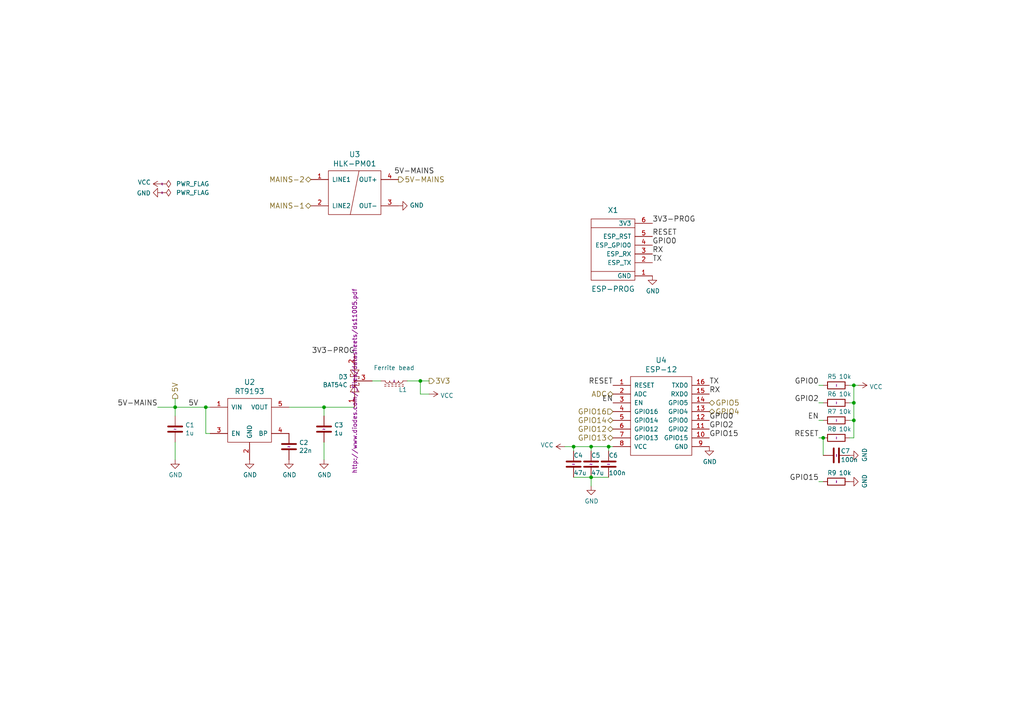
<source format=kicad_sch>
(kicad_sch (version 20210621) (generator eeschema)
  (paper "A4")
  (lib_symbols
    (symbol "Device:C" (pin_numbers hide) (pin_names (offset 0.254))
      (property "Reference" "C" (at 0.635 2.54 0))
      (property "Value" "C" (at 0.635 -2.54 0))
      (symbol "C_0_1"
        (polyline (pts (xy -2.032 -0.762) (xy 2.032 -0.762)) (stroke (width 0.508)))
        (polyline (pts (xy -2.032 0.762) (xy 2.032 0.762)) (stroke (width 0.508)))
      )
      (symbol "C_1_1"
        (pin passive line (at 0 3.81 270) (length 2.794) (name "~") (number "1"))
        (pin passive line (at 0 -3.81 90) (length 2.794) (name "~") (number "2"))
      )
    )
    (symbol "Device:L_Ferrite" (pin_numbers hide) (pin_names (offset 1.016) hide)
      (property "Reference" "L" (at -1.27 0 90))
      (property "Value" "L_Ferrite" (at 2.794 0 90))
      (symbol "L_Ferrite_0_1"
        (arc (start 0 -2.54) (mid 0.635 -1.905) (end 0 -1.27))
        (arc (start 0 -1.27) (mid 0.635 -0.635) (end 0 0))
        (polyline (pts (xy 1.016 -2.794) (xy 1.016 -2.286)))
        (polyline (pts (xy 1.016 -1.778) (xy 1.016 -1.27)))
        (polyline (pts (xy 1.016 -0.762) (xy 1.016 -0.254)))
        (polyline (pts (xy 1.016 0.254) (xy 1.016 0.762)))
        (polyline (pts (xy 1.016 1.27) (xy 1.016 1.778)))
        (polyline (pts (xy 1.016 2.286) (xy 1.016 2.794)))
        (polyline (pts (xy 1.524 -2.286) (xy 1.524 -2.794)))
        (polyline (pts (xy 1.524 -1.27) (xy 1.524 -1.778)))
        (polyline (pts (xy 1.524 -0.254) (xy 1.524 -0.762)))
        (polyline (pts (xy 1.524 0.762) (xy 1.524 0.254)))
        (polyline (pts (xy 1.524 1.778) (xy 1.524 1.27)))
        (polyline (pts (xy 1.524 2.794) (xy 1.524 2.286)))
        (arc (start 0 0) (mid 0.635 0.635) (end 0 1.27))
        (arc (start 0 1.27) (mid 0.635 1.905) (end 0 2.54))
      )
      (symbol "L_Ferrite_1_1"
        (pin passive line (at 0 3.81 270) (length 1.27) (name "1") (number "1"))
        (pin passive line (at 0 -3.81 90) (length 1.27) (name "2") (number "2"))
      )
    )
    (symbol "Device:R" (pin_numbers hide) (pin_names (offset 0))
      (property "Reference" "R" (at 2.032 0 90))
      (property "Value" "R" (at 0 0 90))
      (symbol "R_0_1"
        (rectangle (start -1.016 -2.54) (end 1.016 2.54) (stroke (width 0.254)))
      )
      (symbol "R_1_1"
        (pin passive line (at 0 3.81 270) (length 1.27) (name "~") (number "1"))
        (pin passive line (at 0 -3.81 90) (length 1.27) (name "~") (number "2"))
      )
    )
    (symbol "Diode:BAT54C" (pin_names (offset 1.016))
      (property "Reference" "D" (at 0.635 -3.81 0))
      (property "Value" "BAT54C" (at -6.35 3.175 0))
      (symbol "BAT54C_0_1"
        (polyline (pts (xy -1.905 0) (xy 1.905 0)))
        (polyline (pts (xy -1.905 1.27) (xy -1.905 1.016)))
        (polyline (pts (xy -1.27 -1.27) (xy -0.635 -1.27)))
        (polyline (pts (xy -1.27 0) (xy -3.81 0)))
        (polyline (pts (xy -1.27 1.27) (xy -1.905 1.27)))
        (polyline (pts (xy -1.27 1.27) (xy -1.27 -1.27)))
        (polyline (pts (xy -0.635 -1.27) (xy -0.635 -1.016)))
        (polyline (pts (xy 0.635 -1.27) (xy 0.635 -1.016)))
        (polyline (pts (xy 1.27 -1.27) (xy 0.635 -1.27)))
        (polyline (pts (xy 1.27 1.27) (xy 1.27 -1.27)))
        (polyline (pts (xy 1.27 1.27) (xy 1.905 1.27)))
        (polyline (pts (xy 1.905 1.27) (xy 1.905 1.016)))
        (polyline (pts (xy 3.81 0) (xy 1.27 0)))
        (polyline (pts (xy -3.175 -1.27) (xy -3.175 1.27) (xy -1.27 0) (xy -3.175 -1.27)))
        (polyline (pts (xy 3.175 -1.27) (xy 3.175 1.27) (xy 1.27 0) (xy 3.175 -1.27)))
        (circle (center 0 0) (radius 0.254) (fill (type outline)))
      )
      (symbol "BAT54C_1_1"
        (pin passive line (at -7.62 0 0) (length 3.81) (name "~") (number "1"))
        (pin passive line (at 7.62 0 180) (length 3.81) (name "~") (number "2"))
        (pin passive line (at 0 -5.08 90) (length 5.08) (name "~") (number "3"))
      )
    )
    (symbol "Drake:ESP-12" (pin_names (offset 1.016))
      (property "Reference" "U" (at 0 24.13 0))
      (property "Value" "ESP-12" (at 0 21.59 0))
      (symbol "ESP-12_0_1"
        (rectangle (start -8.89 19.05) (end 8.89 -3.81))
      )
      (symbol "ESP-12_1_1"
        (pin input line (at -13.97 16.51 0) (length 5.08) (name "RESET") (number "1"))
        (pin input line (at 13.97 1.27 180) (length 5.08) (name "GPIO15") (number "10"))
        (pin input line (at 13.97 3.81 180) (length 5.08) (name "GPIO2") (number "11"))
        (pin input line (at 13.97 6.35 180) (length 5.08) (name "GPIO0") (number "12"))
        (pin input line (at 13.97 8.89 180) (length 5.08) (name "GPIO4") (number "13"))
        (pin input line (at 13.97 11.43 180) (length 5.08) (name "GPIO5") (number "14"))
        (pin input line (at 13.97 13.97 180) (length 5.08) (name "RXD0") (number "15"))
        (pin input line (at 13.97 16.51 180) (length 5.08) (name "TXD0") (number "16"))
        (pin input line (at -13.97 13.97 0) (length 5.08) (name "ADC") (number "2"))
        (pin input line (at -13.97 11.43 0) (length 5.08) (name "EN") (number "3"))
        (pin input line (at -13.97 8.89 0) (length 5.08) (name "GPIO16") (number "4"))
        (pin input line (at -13.97 6.35 0) (length 5.08) (name "GPIO14") (number "5"))
        (pin input line (at -13.97 3.81 0) (length 5.08) (name "GPIO12") (number "6"))
        (pin input line (at -13.97 1.27 0) (length 5.08) (name "GPIO13") (number "7"))
        (pin input line (at -13.97 -1.27 0) (length 5.08) (name "VCC") (number "8"))
        (pin input line (at 13.97 -1.27 180) (length 5.08) (name "GND") (number "9"))
      )
    )
    (symbol "Drake:ESP-PROG" (pin_names (offset 1.016))
      (property "Reference" "X" (at 0 11.43 0))
      (property "Value" "ESP-PROG" (at 0 -11.43 0))
      (symbol "ESP-PROG_0_1"
        (polyline (pts (xy 6.35 -6.35) (xy -6.35 -6.35)))
        (polyline (pts (xy 6.35 6.35) (xy -6.35 6.35)))
        (rectangle (start 6.35 8.89) (end -6.35 -8.89))
      )
      (symbol "ESP-PROG_1_1"
        (pin passive line (at 11.43 -7.62 180) (length 5.08) (name "GND") (number "1"))
        (pin bidirectional line (at 11.43 -3.81 180) (length 5.08) (name "ESP_TX") (number "2"))
        (pin bidirectional line (at 11.43 -1.27 180) (length 5.08) (name "ESP_RX") (number "3"))
        (pin bidirectional line (at 11.43 1.27 180) (length 5.08) (name "ESP_GPIO0") (number "4"))
        (pin bidirectional line (at 11.43 3.81 180) (length 5.08) (name "ESP_RST") (number "5"))
        (pin bidirectional line (at 11.43 7.62 180) (length 5.08) (name "3V3") (number "6"))
      )
    )
    (symbol "Drake:HLK-PM01" (pin_names (offset 1.016))
      (property "Reference" "U" (at 0 8.89 0))
      (property "Value" "HLK-PM01" (at 0 -8.89 0))
      (symbol "HLK-PM01_0_1"
        (rectangle (start -7.62 6.35) (end 7.62 -6.35))
        (polyline (pts (xy -1.27 -6.35) (xy 1.27 6.35)))
      )
      (symbol "HLK-PM01_1_1"
        (pin input line (at -12.7 3.81 0) (length 5.08) (name "LINE1") (number "1"))
        (pin input line (at -12.7 -3.81 0) (length 5.08) (name "LINE2") (number "2"))
        (pin input line (at 12.7 -3.81 180) (length 5.08) (name "OUT-") (number "3"))
        (pin input line (at 12.7 3.81 180) (length 5.08) (name "OUT+") (number "4"))
      )
    )
    (symbol "Drake:RT9193" (pin_names (offset 1.016))
      (property "Reference" "U" (at 0 11.43 0))
      (property "Value" "RT9193" (at 0 8.89 0))
      (symbol "RT9193_0_1"
        (rectangle (start -6.35 6.35) (end 6.35 -6.35))
      )
      (symbol "RT9193_1_1"
        (pin input line (at -11.43 3.81 0) (length 5.08) (name "VIN") (number "1"))
        (pin input line (at 0 -11.43 90) (length 5.08) (name "GND") (number "2"))
        (pin input line (at -11.43 -3.81 0) (length 5.08) (name "EN") (number "3"))
        (pin input line (at 11.43 -3.81 180) (length 5.08) (name "BP") (number "4"))
        (pin input line (at 11.43 3.81 180) (length 5.08) (name "VOUT") (number "5"))
      )
    )
    (symbol "power:GND" (power) (pin_names (offset 0))
      (property "Value" "GND" (at 0 -3.81 0))
      (symbol "GND_0_1"
        (polyline (pts (xy 0 0) (xy 0 -1.27) (xy 1.27 -1.27) (xy 0 -2.54) (xy -1.27 -1.27) (xy 0 -1.27)))
      )
      (symbol "GND_1_1"
        (pin power_in line (at 0 0 270) (length 0) hide (name "GND") (number "1"))
      )
    )
    (symbol "power:PWR_FLAG" (power) (pin_numbers hide) (pin_names (offset 0) hide)
      (property "Value" "PWR_FLAG" (at 0 3.81 0))
      (symbol "PWR_FLAG_0_0"
        (pin power_out line (at 0 0 90) (length 0) (name "pwr") (number "1"))
      )
      (symbol "PWR_FLAG_0_1"
        (polyline (pts (xy 0 0) (xy 0 1.27) (xy -1.016 1.905) (xy 0 2.54) (xy 1.016 1.905) (xy 0 1.27)))
      )
    )
    (symbol "power:VCC" (power) (pin_names (offset 0))
      (property "Value" "VCC" (at 0 3.81 0))
      (symbol "VCC_0_1"
        (polyline (pts (xy -0.762 1.27) (xy 0 2.54)))
        (polyline (pts (xy 0 0) (xy 0 2.54)))
        (polyline (pts (xy 0 2.54) (xy 0.762 1.27)))
      )
      (symbol "VCC_1_1"
        (pin power_in line (at 0 0 90) (length 0) hide (name "VCC") (number "1"))
      )
    )
  )
  (junction (at 50.8 118.11))
  (junction (at 59.69 118.11))
  (junction (at 93.98 118.11))
  (junction (at 121.92 110.49))
  (junction (at 166.37 129.54))
  (junction (at 171.45 129.54))
  (junction (at 171.45 138.43))
  (junction (at 176.53 129.54))
  (junction (at 238.76 127))
  (junction (at 247.65 111.76))
  (junction (at 247.65 116.84))
  (junction (at 247.65 121.92))
  (wire (pts (xy 45.72 118.11) (xy 50.8 118.11)))
  (wire (pts (xy 50.8 115.57) (xy 50.8 118.11)))
  (wire (pts (xy 50.8 118.11) (xy 50.8 120.65)))
  (wire (pts (xy 50.8 118.11) (xy 59.69 118.11)))
  (wire (pts (xy 50.8 133.35) (xy 50.8 128.27)))
  (wire (pts (xy 59.69 118.11) (xy 60.96 118.11)))
  (wire (pts (xy 59.69 125.73) (xy 59.69 118.11)))
  (wire (pts (xy 60.96 125.73) (xy 59.69 125.73)))
  (wire (pts (xy 83.82 118.11) (xy 93.98 118.11)))
  (wire (pts (xy 93.98 118.11) (xy 102.87 118.11)))
  (wire (pts (xy 93.98 120.65) (xy 93.98 118.11)))
  (wire (pts (xy 93.98 133.35) (xy 93.98 128.27)))
  (wire (pts (xy 107.95 110.49) (xy 110.49 110.49)))
  (wire (pts (xy 118.11 110.49) (xy 121.92 110.49)))
  (wire (pts (xy 121.92 110.49) (xy 121.92 114.3)))
  (wire (pts (xy 121.92 110.49) (xy 124.46 110.49)))
  (wire (pts (xy 121.92 114.3) (xy 124.46 114.3)))
  (wire (pts (xy 163.83 129.54) (xy 166.37 129.54)))
  (wire (pts (xy 166.37 129.54) (xy 171.45 129.54)))
  (wire (pts (xy 166.37 130.81) (xy 166.37 129.54)))
  (wire (pts (xy 166.37 138.43) (xy 171.45 138.43)))
  (wire (pts (xy 171.45 129.54) (xy 176.53 129.54)))
  (wire (pts (xy 171.45 130.81) (xy 171.45 129.54)))
  (wire (pts (xy 171.45 138.43) (xy 176.53 138.43)))
  (wire (pts (xy 171.45 140.97) (xy 171.45 138.43)))
  (wire (pts (xy 176.53 129.54) (xy 177.8 129.54)))
  (wire (pts (xy 176.53 130.81) (xy 176.53 129.54)))
  (wire (pts (xy 238.76 111.76) (xy 237.49 111.76)))
  (wire (pts (xy 238.76 116.84) (xy 237.49 116.84)))
  (wire (pts (xy 238.76 121.92) (xy 237.49 121.92)))
  (wire (pts (xy 238.76 127) (xy 237.49 127)))
  (wire (pts (xy 238.76 132.08) (xy 238.76 127)))
  (wire (pts (xy 238.76 139.7) (xy 237.49 139.7)))
  (wire (pts (xy 246.38 111.76) (xy 247.65 111.76)))
  (wire (pts (xy 246.38 121.92) (xy 247.65 121.92)))
  (wire (pts (xy 247.65 111.76) (xy 247.65 116.84)))
  (wire (pts (xy 247.65 111.76) (xy 248.92 111.76)))
  (wire (pts (xy 247.65 116.84) (xy 246.38 116.84)))
  (wire (pts (xy 247.65 116.84) (xy 247.65 121.92)))
  (wire (pts (xy 247.65 121.92) (xy 247.65 127)))
  (wire (pts (xy 247.65 127) (xy 246.38 127)))
  (label "5V-MAINS" (at 45.72 118.11 180) (effects (font (size 1.524 1.524))))
  (label "5V" (at 54.61 118.11 0) (effects (font (size 1.524 1.524))))
  (label "3V3-PROG" (at 102.87 102.87 180) (effects (font (size 1.524 1.524))))
  (label "5V-MAINS" (at 114.3 50.8 0) (effects (font (size 1.524 1.524))))
  (label "RESET" (at 177.8 111.76 180) (effects (font (size 1.524 1.524))))
  (label "EN" (at 177.8 116.84 180) (effects (font (size 1.524 1.524))))
  (label "3V3-PROG" (at 189.23 64.77 0) (effects (font (size 1.524 1.524))))
  (label "RESET" (at 189.23 68.58 0) (effects (font (size 1.524 1.524))))
  (label "GPIO0" (at 189.23 71.12 0) (effects (font (size 1.524 1.524))))
  (label "RX" (at 189.23 73.66 0) (effects (font (size 1.524 1.524))))
  (label "TX" (at 189.23 76.2 0) (effects (font (size 1.524 1.524))))
  (label "TX" (at 205.74 111.76 0) (effects (font (size 1.524 1.524))))
  (label "RX" (at 205.74 114.3 0) (effects (font (size 1.524 1.524))))
  (label "GPIO0" (at 205.74 121.92 0) (effects (font (size 1.524 1.524))))
  (label "GPIO2" (at 205.74 124.46 0) (effects (font (size 1.524 1.524))))
  (label "GPIO15" (at 205.74 127 0) (effects (font (size 1.524 1.524))))
  (label "GPIO0" (at 237.49 111.76 180) (effects (font (size 1.524 1.524))))
  (label "GPIO2" (at 237.49 116.84 180) (effects (font (size 1.524 1.524))))
  (label "EN" (at 237.49 121.92 180) (effects (font (size 1.524 1.524))))
  (label "RESET" (at 237.49 127 180) (effects (font (size 1.524 1.524))))
  (label "GPIO15" (at 237.49 139.7 180) (effects (font (size 1.524 1.524))))
  (hierarchical_label "5V" (shape output) (at 50.8 115.57 90) (effects (font (size 1.524 1.524))))
  (hierarchical_label "MAINS-2" (shape bidirectional) (at 90.17 52.07 180) (effects (font (size 1.524 1.524))))
  (hierarchical_label "MAINS-1" (shape bidirectional) (at 90.17 59.69 180) (effects (font (size 1.524 1.524))))
  (hierarchical_label "5V-MAINS" (shape output) (at 115.57 52.07 0) (effects (font (size 1.524 1.524))))
  (hierarchical_label "3V3" (shape output) (at 124.46 110.49 0) (effects (font (size 1.524 1.524))))
  (hierarchical_label "ADC" (shape bidirectional) (at 177.8 114.3 180) (effects (font (size 1.524 1.524))))
  (hierarchical_label "GPIO16" (shape input) (at 177.8 119.38 180) (effects (font (size 1.524 1.524))))
  (hierarchical_label "GPIO14" (shape bidirectional) (at 177.8 121.92 180) (effects (font (size 1.524 1.524))))
  (hierarchical_label "GPIO12" (shape bidirectional) (at 177.8 124.46 180) (effects (font (size 1.524 1.524))))
  (hierarchical_label "GPIO13" (shape bidirectional) (at 177.8 127 180) (effects (font (size 1.524 1.524))))
  (hierarchical_label "GPIO5" (shape bidirectional) (at 205.74 116.84 0) (effects (font (size 1.524 1.524))))
  (hierarchical_label "GPIO4" (shape bidirectional) (at 205.74 119.38 0) (effects (font (size 1.524 1.524))))
  (symbol (lib_id "power:VCC") (at 46.99 53.34 90) (unit 1)
    (property "Reference" "#PWR025" (effects hide))
    (property "Value" "VCC" (at 43.7642 52.8828 90) (effects (justify left)))
  )
  (symbol (lib_id "power:VCC") (at 124.46 114.3 270) (unit 1)
    (property "Reference" "#PWR022" (effects hide))
    (property "Value" "VCC" (at 127.7112 114.7318 90) (effects (justify left)))
  )
  (symbol (lib_id "power:VCC") (at 163.83 129.54 90) (unit 1)
    (property "Reference" "#PWR021" (effects hide))
    (property "Value" "VCC" (at 160.6042 129.0828 90) (effects (justify left)))
  )
  (symbol (lib_id "power:VCC") (at 248.92 111.76 270) (unit 1)
    (property "Reference" "#PWR020" (effects hide))
    (property "Value" "VCC" (at 252.1712 112.1918 90) (effects (justify left)))
  )
  (symbol (lib_id "power:PWR_FLAG") (at 46.99 53.34 270) (unit 1)
    (property "Reference" "#FLG026" (effects hide))
    (property "Value" "PWR_FLAG" (at 55.88 53.34 90))
    (property "Datasheet" "~" (at 46.99 53.34 0))
  )
  (symbol (lib_id "power:PWR_FLAG") (at 46.99 55.88 270) (unit 1)
    (property "Reference" "#FLG0101" (effects hide))
    (property "Value" "PWR_FLAG" (at 55.88 55.88 90))
    (property "Datasheet" "~" (at 46.99 55.88 0))
  )
  (symbol (lib_id "power:GND") (at 46.99 55.88 270) (unit 1)
    (property "Reference" "#PWR0102" (effects hide))
    (property "Value" "GND" (at 43.7388 56.007 90) (effects (justify right)))
  )
  (symbol (lib_id "power:GND") (at 50.8 133.35 0) (unit 1)
    (property "Reference" "#PWR015" (effects hide))
    (property "Value" "GND" (at 50.927 137.7442 0))
  )
  (symbol (lib_id "power:GND") (at 72.39 133.35 0) (unit 1)
    (property "Reference" "#PWR013" (effects hide))
    (property "Value" "GND" (at 72.517 137.7442 0))
  )
  (symbol (lib_id "power:GND") (at 83.82 133.35 0) (unit 1)
    (property "Reference" "#PWR014" (effects hide))
    (property "Value" "GND" (at 83.947 137.7442 0))
  )
  (symbol (lib_id "power:GND") (at 93.98 133.35 0) (unit 1)
    (property "Reference" "#PWR016" (effects hide))
    (property "Value" "GND" (at 94.107 137.7442 0))
  )
  (symbol (lib_id "power:GND") (at 115.57 59.69 90) (unit 1)
    (property "Reference" "#PWR012" (effects hide))
    (property "Value" "GND" (at 118.8212 59.563 90) (effects (justify right)))
  )
  (symbol (lib_id "power:GND") (at 171.45 140.97 0) (unit 1)
    (property "Reference" "#PWR027" (effects hide))
    (property "Value" "GND" (at 171.577 145.3642 0))
  )
  (symbol (lib_id "power:GND") (at 189.23 80.01 0) (unit 1)
    (property "Reference" "#PWR028" (effects hide))
    (property "Value" "GND" (at 189.357 84.4042 0))
  )
  (symbol (lib_id "power:GND") (at 205.74 129.54 0) (unit 1)
    (property "Reference" "#PWR017" (effects hide))
    (property "Value" "GND" (at 205.867 133.9342 0))
  )
  (symbol (lib_id "power:GND") (at 246.38 132.08 90) (unit 1)
    (property "Reference" "#PWR019" (effects hide))
    (property "Value" "GND" (at 250.7742 131.953 0))
  )
  (symbol (lib_id "power:GND") (at 246.38 139.7 90) (unit 1)
    (property "Reference" "#PWR018" (effects hide))
    (property "Value" "GND" (at 250.7742 139.573 0))
  )
  (symbol (lib_id "Device:L_Ferrite") (at 114.3 110.49 270) (unit 1)
    (property "Reference" "L1" (at 116.84 113.03 90))
    (property "Value" "Ferrite bead" (at 114.3 106.68 90))
    (property "Footprint" "Resistor_SMD:R_0805_2012Metric" (effects hide))
    (property "Datasheet" "~" (at 114.3 110.49 0))
  )
  (symbol (lib_id "Device:R") (at 242.57 111.76 90) (unit 1)
    (property "Reference" "R5" (at 241.3 109.22 90))
    (property "Value" "10k" (at 245.11 109.22 90))
    (property "Footprint" "Resistor_SMD:R_0805_2012Metric" (effects hide))
    (property "Datasheet" "~" (at 242.57 111.76 0))
  )
  (symbol (lib_id "Device:R") (at 242.57 116.84 90) (unit 1)
    (property "Reference" "R6" (at 241.3 114.3 90))
    (property "Value" "10k" (at 245.11 114.3 90))
    (property "Footprint" "Resistor_SMD:R_0805_2012Metric" (effects hide))
    (property "Datasheet" "~" (at 242.57 116.84 0))
  )
  (symbol (lib_id "Device:R") (at 242.57 121.92 90) (unit 1)
    (property "Reference" "R7" (at 241.3 119.38 90))
    (property "Value" "10k" (at 245.11 119.38 90))
    (property "Footprint" "Resistor_SMD:R_0805_2012Metric" (effects hide))
    (property "Datasheet" "~" (at 242.57 121.92 0))
  )
  (symbol (lib_id "Device:R") (at 242.57 127 90) (unit 1)
    (property "Reference" "R8" (at 241.3 124.46 90))
    (property "Value" "10k" (at 245.11 124.46 90))
    (property "Footprint" "Resistor_SMD:R_0805_2012Metric" (effects hide))
    (property "Datasheet" "~" (at 242.57 127 0))
  )
  (symbol (lib_id "Device:R") (at 242.57 139.7 90) (unit 1)
    (property "Reference" "R9" (at 241.3 137.16 90))
    (property "Value" "10k" (at 245.11 137.16 90))
    (property "Footprint" "Resistor_SMD:R_0805_2012Metric" (effects hide))
    (property "Datasheet" "~" (at 242.57 139.7 0))
  )
  (symbol (lib_id "Device:C") (at 50.8 124.46 0) (unit 1)
    (property "Reference" "C1" (at 53.721 123.2916 0) (effects (justify left)))
    (property "Value" "1u" (at 53.721 125.603 0) (effects (justify left)))
    (property "Footprint" "Capacitor_SMD:C_0805_2012Metric" (effects hide))
    (property "Datasheet" "~" (at 50.8 124.46 0))
  )
  (symbol (lib_id "Device:C") (at 83.82 129.54 0) (unit 1)
    (property "Reference" "C2" (at 86.741 128.3716 0) (effects (justify left)))
    (property "Value" "22n" (at 86.741 130.683 0) (effects (justify left)))
    (property "Footprint" "Capacitor_SMD:C_0805_2012Metric" (effects hide))
    (property "Datasheet" "~" (at 83.82 129.54 0))
  )
  (symbol (lib_id "Device:C") (at 93.98 124.46 0) (unit 1)
    (property "Reference" "C3" (at 96.901 123.2916 0) (effects (justify left)))
    (property "Value" "1u" (at 96.901 125.603 0) (effects (justify left)))
    (property "Footprint" "Capacitor_SMD:C_0805_2012Metric" (effects hide))
    (property "Datasheet" "~" (at 93.98 124.46 0))
  )
  (symbol (lib_id "Device:C") (at 166.37 134.62 0) (unit 1)
    (property "Reference" "C4" (at 166.37 132.08 0) (effects (justify left)))
    (property "Value" "47u" (at 166.37 137.16 0) (effects (justify left)))
    (property "Footprint" "Capacitor_SMD:C_0805_2012Metric" (effects hide))
    (property "Datasheet" "~" (at 166.37 134.62 0))
  )
  (symbol (lib_id "Device:C") (at 171.45 134.62 0) (unit 1)
    (property "Reference" "C5" (at 171.45 132.08 0) (effects (justify left)))
    (property "Value" "47u" (at 171.45 137.16 0) (effects (justify left)))
    (property "Footprint" "Capacitor_SMD:C_0805_2012Metric" (effects hide))
    (property "Datasheet" "~" (at 171.45 134.62 0))
  )
  (symbol (lib_id "Device:C") (at 176.53 134.62 0) (unit 1)
    (property "Reference" "C6" (at 176.53 132.08 0) (effects (justify left)))
    (property "Value" "100n" (at 176.53 137.16 0) (effects (justify left)))
    (property "Footprint" "Capacitor_SMD:C_0805_2012Metric" (effects hide))
    (property "Datasheet" "~" (at 176.53 134.62 0))
  )
  (symbol (lib_id "Device:C") (at 242.57 132.08 270) (unit 1)
    (property "Reference" "C7" (at 243.84 130.81 90) (effects (justify left)))
    (property "Value" "100n" (at 243.84 133.35 90) (effects (justify left)))
    (property "Footprint" "Capacitor_SMD:C_0805_2012Metric" (effects hide))
    (property "Datasheet" "~" (at 242.57 132.08 0))
  )
  (symbol (lib_id "Diode:BAT54C") (at 102.87 110.49 90) (unit 1)
    (property "Reference" "D3" (at 100.838 109.3216 90) (effects (justify left)))
    (property "Value" "BAT54C" (at 100.838 111.633 90) (effects (justify left)))
    (property "Footprint" "Package_TO_SOT_SMD:SOT-23" (effects hide))
    (property "Datasheet" "http://www.diodes.com/_files/datasheets/ds11005.pdf" (at 102.87 110.49 0))
  )
  (symbol (lib_id "Drake:ESP-PROG") (at 177.8 72.39 0) (unit 1)
    (property "Reference" "X1" (at 177.8 60.96 0) (effects (font (size 1.524 1.524))))
    (property "Value" "ESP-PROG" (at 177.8 83.82 0) (effects (font (size 1.524 1.524))))
    (property "Footprint" "Drake:Micro-Match-FOB-6" (effects hide))
  )
  (symbol (lib_id "Drake:HLK-PM01") (at 102.87 55.88 0) (unit 1)
    (property "Reference" "U3" (at 102.87 44.7802 0) (effects (font (size 1.524 1.524))))
    (property "Value" "HLK-PM01" (at 102.87 47.4726 0) (effects (font (size 1.524 1.524))))
    (property "Footprint" "Drake:HLK-PM01" (effects hide))
  )
  (symbol (lib_id "Drake:RT9193") (at 72.39 121.92 0) (unit 1)
    (property "Reference" "U2" (at 72.39 110.8202 0) (effects (font (size 1.524 1.524))))
    (property "Value" "RT9193" (at 72.39 113.5126 0) (effects (font (size 1.524 1.524))))
    (property "Footprint" "Package_TO_SOT_SMD:SOT-23-5" (effects hide))
  )
  (symbol (lib_id "Drake:ESP-12") (at 191.77 128.27 0) (unit 1)
    (property "Reference" "U4" (at 191.77 104.4702 0) (effects (font (size 1.524 1.524))))
    (property "Value" "ESP-12" (at 191.77 107.1626 0) (effects (font (size 1.524 1.524))))
    (property "Footprint" "Drake:ESP-12" (effects hide))
  )
)
</source>
